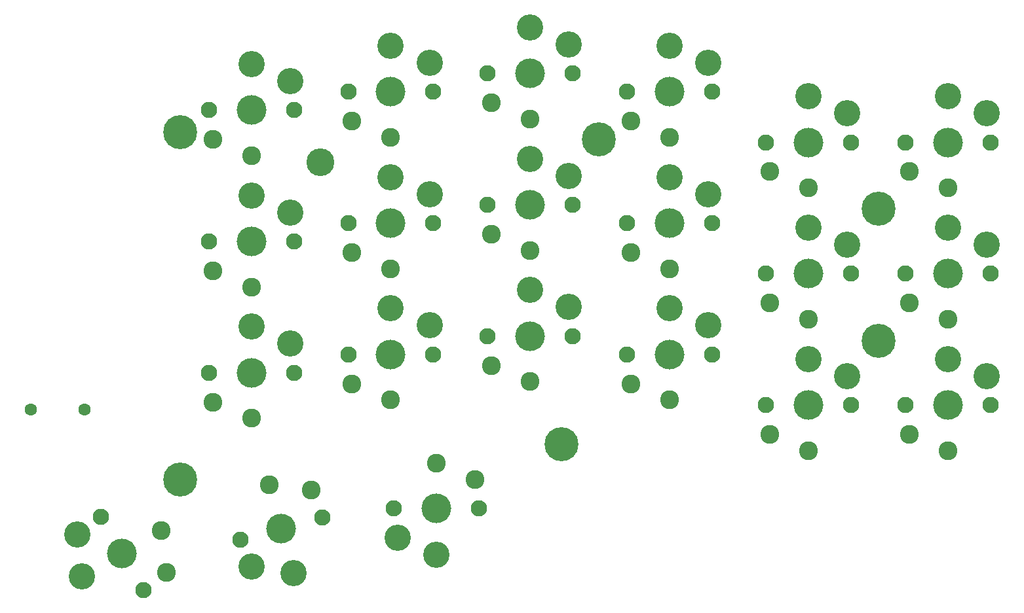
<source format=gts>
G04 #@! TF.GenerationSoftware,KiCad,Pcbnew,(7.0.0-0)*
G04 #@! TF.CreationDate,2023-04-28T12:14:34+03:00*
G04 #@! TF.ProjectId,chococorne,63686f63-6f63-46f7-926e-652e6b696361,2.1*
G04 #@! TF.SameCoordinates,Original*
G04 #@! TF.FileFunction,Soldermask,Top*
G04 #@! TF.FilePolarity,Negative*
%FSLAX46Y46*%
G04 Gerber Fmt 4.6, Leading zero omitted, Abs format (unit mm)*
G04 Created by KiCad (PCBNEW (7.0.0-0)) date 2023-04-28 12:14:34*
%MOMM*%
%LPD*%
G01*
G04 APERTURE LIST*
%ADD10C,2.101800*%
%ADD11C,3.400000*%
%ADD12C,3.829000*%
%ADD13C,2.432000*%
%ADD14C,4.400000*%
%ADD15C,3.600000*%
%ADD16C,1.600000*%
G04 APERTURE END LIST*
D10*
X208212500Y-117520000D03*
D11*
X202712500Y-123470000D03*
D12*
X202712500Y-117520000D03*
D11*
X197712500Y-121270000D03*
D10*
X197212500Y-117520000D03*
D13*
X202712500Y-111620000D03*
X207712500Y-113720000D03*
D10*
X227312500Y-97555000D03*
D11*
X232812500Y-91605000D03*
D12*
X232812500Y-97555000D03*
D11*
X237812500Y-93805000D03*
D10*
X238312500Y-97555000D03*
D13*
X232812500Y-103455000D03*
X227812500Y-101355000D03*
D10*
X187975092Y-118686495D03*
D11*
X184202473Y-125857259D03*
D12*
X182662500Y-120110000D03*
D11*
X178803442Y-125026317D03*
D10*
X177349908Y-121533505D03*
D13*
X181135468Y-114411038D03*
X186508617Y-115145387D03*
D10*
X245312500Y-87110000D03*
D11*
X250812500Y-81160000D03*
D12*
X250812500Y-87110000D03*
D11*
X255812500Y-83360000D03*
D10*
X256312500Y-87110000D03*
D13*
X250812500Y-93010000D03*
X245812500Y-90910000D03*
D14*
X218902500Y-109180000D03*
D15*
X187697500Y-72655000D03*
D14*
X259852500Y-95820000D03*
X259852500Y-78680000D03*
X169582500Y-68830000D03*
X223722000Y-69700000D03*
D10*
X164812500Y-128083140D03*
D11*
X156909649Y-126295000D03*
D12*
X162062500Y-123320000D03*
D11*
X156314905Y-120864873D03*
D10*
X159312500Y-118556860D03*
D13*
X167172050Y-120370000D03*
X167853397Y-125750127D03*
D10*
X227312500Y-63550000D03*
D11*
X232812500Y-57600000D03*
D12*
X232812500Y-63550000D03*
D11*
X237812500Y-59800000D03*
D10*
X238312500Y-63550000D03*
D13*
X232812500Y-69450000D03*
X227812500Y-67350000D03*
D10*
X173312500Y-65930000D03*
D11*
X178812500Y-59980000D03*
D12*
X178812500Y-65930000D03*
D11*
X183812500Y-62180000D03*
D10*
X184312500Y-65930000D03*
D13*
X178812500Y-71830000D03*
X173812500Y-69730000D03*
D10*
X191312500Y-80550000D03*
D11*
X196812500Y-74600000D03*
D12*
X196812500Y-80550000D03*
D11*
X201812500Y-76800000D03*
D10*
X202312500Y-80550000D03*
D13*
X196812500Y-86450000D03*
X191812500Y-84350000D03*
D10*
X209312500Y-61190000D03*
D11*
X214812500Y-55240000D03*
D12*
X214812500Y-61190000D03*
D11*
X219812500Y-57440000D03*
D10*
X220312500Y-61190000D03*
D13*
X214812500Y-67090000D03*
X209812500Y-64990000D03*
D10*
X173312500Y-99930000D03*
D11*
X178812500Y-93980000D03*
D12*
X178812500Y-99930000D03*
D11*
X183812500Y-96180000D03*
D10*
X184312500Y-99930000D03*
D13*
X178812500Y-105830000D03*
X173812500Y-103730000D03*
D10*
X263312500Y-87110000D03*
D11*
X268812500Y-81160000D03*
D12*
X268812500Y-87110000D03*
D11*
X273812500Y-83360000D03*
D10*
X274312500Y-87110000D03*
D13*
X268812500Y-93010000D03*
X263812500Y-90910000D03*
D10*
X209312500Y-95180000D03*
D11*
X214812500Y-89230000D03*
D12*
X214812500Y-95180000D03*
D11*
X219812500Y-91430000D03*
D10*
X220312500Y-95180000D03*
D13*
X214812500Y-101080000D03*
X209812500Y-98980000D03*
D10*
X173312500Y-82930000D03*
D11*
X178812500Y-76980000D03*
D12*
X178812500Y-82930000D03*
D11*
X183812500Y-79180000D03*
D10*
X184312500Y-82930000D03*
D13*
X178812500Y-88830000D03*
X173812500Y-86730000D03*
D10*
X263312500Y-104130000D03*
D11*
X268812500Y-98180000D03*
D12*
X268812500Y-104130000D03*
D11*
X273812500Y-100380000D03*
D10*
X274312500Y-104130000D03*
D13*
X268812500Y-110030000D03*
X263812500Y-107930000D03*
D10*
X191312500Y-63550000D03*
D11*
X196812500Y-57600000D03*
D12*
X196812500Y-63550000D03*
D11*
X201812500Y-59800000D03*
D10*
X202312500Y-63550000D03*
D13*
X196812500Y-69450000D03*
X191812500Y-67350000D03*
D10*
X245312500Y-70110000D03*
D11*
X250812500Y-64160000D03*
D12*
X250812500Y-70110000D03*
D11*
X255812500Y-66360000D03*
D10*
X256312500Y-70110000D03*
D13*
X250812500Y-76010000D03*
X245812500Y-73910000D03*
X209812500Y-81980000D03*
X214812500Y-84080000D03*
D10*
X220312500Y-78180000D03*
D11*
X219812500Y-74430000D03*
D12*
X214812500Y-78180000D03*
D11*
X214812500Y-72230000D03*
D10*
X209312500Y-78180000D03*
X263312500Y-70110000D03*
D11*
X268812500Y-64160000D03*
D12*
X268812500Y-70110000D03*
D11*
X273812500Y-66360000D03*
D10*
X274312500Y-70110000D03*
D13*
X268812500Y-76010000D03*
X263812500Y-73910000D03*
D16*
X157262500Y-104700000D03*
X150262500Y-104700000D03*
D10*
X191312500Y-97555000D03*
D11*
X196812500Y-91605000D03*
D12*
X196812500Y-97555000D03*
D11*
X201812500Y-93805000D03*
D10*
X202312500Y-97555000D03*
D13*
X196812500Y-103455000D03*
X191812500Y-101355000D03*
D10*
X245312500Y-104115000D03*
D11*
X250812500Y-98165000D03*
D12*
X250812500Y-104115000D03*
D11*
X255812500Y-100365000D03*
D10*
X256312500Y-104115000D03*
D13*
X250812500Y-110015000D03*
X245812500Y-107915000D03*
D14*
X169582500Y-113730000D03*
D10*
X227312500Y-80550000D03*
D11*
X232812500Y-74600000D03*
D12*
X232812500Y-80550000D03*
D11*
X237812500Y-76800000D03*
D10*
X238312500Y-80550000D03*
D13*
X232812500Y-86450000D03*
X227812500Y-84350000D03*
M02*

</source>
